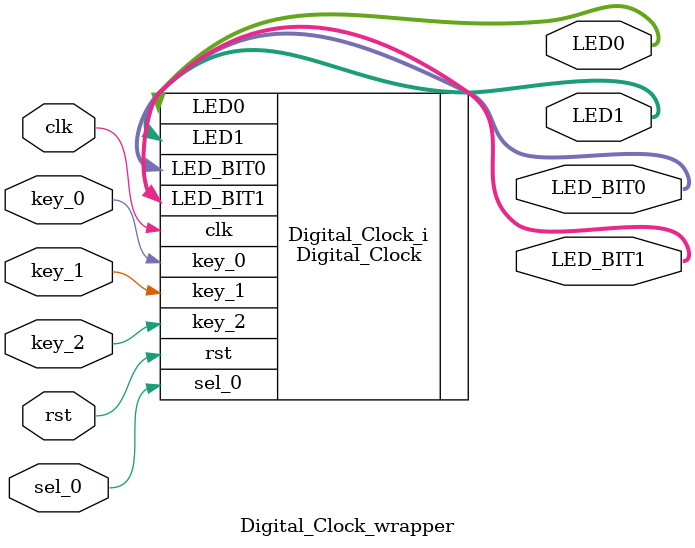
<source format=v>
`timescale 1 ps / 1 ps

module Digital_Clock_wrapper
   (LED0,
    LED1,
    LED_BIT0,
    LED_BIT1,
    clk,
    key_0,
    key_1,
    key_2,
    rst,
    sel_0);
  output [7:0]LED0;
  output [7:0]LED1;
  output [3:0]LED_BIT0;
  output [3:0]LED_BIT1;
  input clk;
  input key_0;
  input key_1;
  input key_2;
  input rst;
  input sel_0;

  wire [7:0]LED0;
  wire [7:0]LED1;
  wire [3:0]LED_BIT0;
  wire [3:0]LED_BIT1;
  wire clk;
  wire key_0;
  wire key_1;
  wire key_2;
  wire rst;
  wire sel_0;

  Digital_Clock Digital_Clock_i
       (.LED0(LED0),
        .LED1(LED1),
        .LED_BIT0(LED_BIT0),
        .LED_BIT1(LED_BIT1),
        .clk(clk),
        .key_0(key_0),
        .key_1(key_1),
        .key_2(key_2),
        .rst(rst),
        .sel_0(sel_0));
endmodule

</source>
